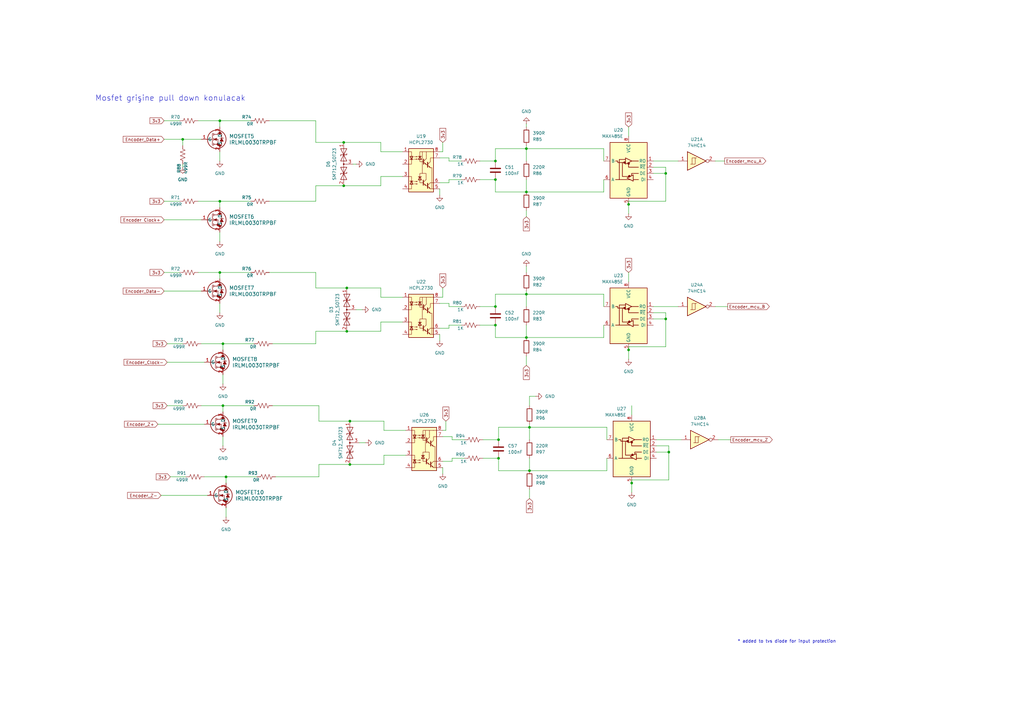
<source format=kicad_sch>
(kicad_sch (version 20231120) (generator "eeschema") (generator_version "8.0")
  (paper "A3")
  (title_block (date "mar. 31 mars 2015"))
  (lib_symbols
    (symbol "2024-07-17_22-54-18:IRLML0030TRPBF" (pin_names (offset 0.254))
      (property "Reference" "MOSFET" (at 11.43 1.905 0))
      (property "Value" "IRLML0030TRPBF" (at 11.43 -2.54 0))
      (symbol "IRLML0030TRPBF_0_1"
        (polyline (pts (xy 2.54 0) (xy 4.445 0)) (stroke (width 0.2032)))
        (polyline (pts (xy 4.572 -2.54) (xy 4.572 2.54)) (stroke (width 0.2032)))
        (polyline (pts (xy 5.08 -2.54) (xy 5.08 -1.524)) (stroke (width 0.2032)))
        (polyline (pts (xy 5.08 -2.032) (xy 6.858 -2.032)) (stroke (width 0.2032)))
        (polyline (pts (xy 5.08 -0.508) (xy 5.08 0.508)) (stroke (width 0.2032)))
        (polyline (pts (xy 5.08 1.524) (xy 5.08 2.54)) (stroke (width 0.2032)))
        (polyline (pts (xy 5.08 2.032) (xy 6.858 2.032)) (stroke (width 0.2032)))
        (polyline (pts (xy 6.35 0) (xy 6.858 0)) (stroke (width 0.2032)))
        (polyline (pts (xy 6.858 -2.54) (xy 6.858 0)) (stroke (width 0.2032)))
        (polyline (pts (xy 6.858 -2.54) (xy 8.382 -2.54)) (stroke (width 0.2032)))
        (polyline (pts (xy 6.858 2.032) (xy 6.858 2.54)) (stroke (width 0.2032)))
        (polyline (pts (xy 6.858 2.54) (xy 8.382 2.54)) (stroke (width 0.2032)))
        (polyline (pts (xy 8.382 -2.54) (xy 8.382 -0.762)) (stroke (width 0.2032)))
        (polyline (pts (xy 8.382 0.508) (xy 8.382 2.54)) (stroke (width 0.2032)))
        (polyline (pts (xy 9.144 0.508) (xy 7.62 0.508)) (stroke (width 0.2032)))
        (polyline (pts (xy 6.35 0.508) (xy 5.08 0) (xy 6.35 -0.508)) (fill (type outline)))
        (polyline (pts (xy 9.144 -0.762) (xy 7.62 -0.762) (xy 8.382 0.508)) (fill (type outline)))
        (circle (center 6.35 0) (radius 3.81) (stroke (width 0.254)))
        (circle (center 6.858 -2.032) (radius 0.0254) (stroke (width 0.508)))
        (circle (center 7.62 -2.54) (radius 0.0254) (stroke (width 0.508)))
        (circle (center 7.62 2.54) (radius 0.0254) (stroke (width 0.508)))
        (pin unspecified line (at 0 0 0) (length 2.54) (name "G") (number "1"))
        (pin unspecified line (at 7.62 -5.08 90) (length 2.54) (name "S") (number "2"))
        (pin unspecified line (at 7.62 5.08 270) (length 2.54) (name "D") (number "3"))
      )
    )
    (symbol "74xx:74HC14" (pin_names (offset 1.016))
      (property "Reference" "U" (at 0 1.27 0))
      (property "Value" "74HC14" (at 0 -1.27 0))
      (symbol "74HC14_1_0"
        (polyline (pts (xy -3.81 3.81) (xy -3.81 -3.81) (xy 3.81 0) (xy -3.81 3.81)) (stroke (width 0.254)) (fill (type background)))
        (pin input line (at -7.62 0 0) (length 3.81) (name "~") (number "1"))
        (pin output inverted (at 7.62 0 180) (length 3.81) (name "~") (number "2"))
      )
      (symbol "74HC14_1_1"
        (polyline (pts (xy -1.905 -1.27) (xy -1.905 1.27) (xy -0.635 1.27)))
        (polyline (pts (xy -2.54 -1.27) (xy -0.635 -1.27) (xy -0.635 1.27) (xy 0 1.27)))
      )
      (symbol "74HC14_2_0"
        (polyline (pts (xy -3.81 3.81) (xy -3.81 -3.81) (xy 3.81 0) (xy -3.81 3.81)) (stroke (width 0.254)) (fill (type background)))
        (pin input line (at -7.62 0 0) (length 3.81) (name "~") (number "3"))
        (pin output inverted (at 7.62 0 180) (length 3.81) (name "~") (number "4"))
      )
      (symbol "74HC14_2_1"
        (polyline (pts (xy -1.905 -1.27) (xy -1.905 1.27) (xy -0.635 1.27)))
        (polyline (pts (xy -2.54 -1.27) (xy -0.635 -1.27) (xy -0.635 1.27) (xy 0 1.27)))
      )
      (symbol "74HC14_3_0"
        (polyline (pts (xy -3.81 3.81) (xy -3.81 -3.81) (xy 3.81 0) (xy -3.81 3.81)) (stroke (width 0.254)) (fill (type background)))
        (pin input line (at -7.62 0 0) (length 3.81) (name "~") (number "5"))
        (pin output inverted (at 7.62 0 180) (length 3.81) (name "~") (number "6"))
      )
      (symbol "74HC14_3_1"
        (polyline (pts (xy -1.905 -1.27) (xy -1.905 1.27) (xy -0.635 1.27)))
        (polyline (pts (xy -2.54 -1.27) (xy -0.635 -1.27) (xy -0.635 1.27) (xy 0 1.27)))
      )
      (symbol "74HC14_4_0"
        (polyline (pts (xy -3.81 3.81) (xy -3.81 -3.81) (xy 3.81 0) (xy -3.81 3.81)) (stroke (width 0.254)) (fill (type background)))
        (pin output inverted (at 7.62 0 180) (length 3.81) (name "~") (number "8"))
        (pin input line (at -7.62 0 0) (length 3.81) (name "~") (number "9"))
      )
      (symbol "74HC14_4_1"
        (polyline (pts (xy -1.905 -1.27) (xy -1.905 1.27) (xy -0.635 1.27)))
        (polyline (pts (xy -2.54 -1.27) (xy -0.635 -1.27) (xy -0.635 1.27) (xy 0 1.27)))
      )
      (symbol "74HC14_5_0"
        (polyline (pts (xy -3.81 3.81) (xy -3.81 -3.81) (xy 3.81 0) (xy -3.81 3.81)) (stroke (width 0.254)) (fill (type background)))
        (pin output inverted (at 7.62 0 180) (length 3.81) (name "~") (number "10"))
        (pin input line (at -7.62 0 0) (length 3.81) (name "~") (number "11"))
      )
      (symbol "74HC14_5_1"
        (polyline (pts (xy -1.905 -1.27) (xy -1.905 1.27) (xy -0.635 1.27)))
        (polyline (pts (xy -2.54 -1.27) (xy -0.635 -1.27) (xy -0.635 1.27) (xy 0 1.27)))
      )
      (symbol "74HC14_6_0"
        (polyline (pts (xy -3.81 3.81) (xy -3.81 -3.81) (xy 3.81 0) (xy -3.81 3.81)) (stroke (width 0.254)) (fill (type background)))
        (pin output inverted (at 7.62 0 180) (length 3.81) (name "~") (number "12"))
        (pin input line (at -7.62 0 0) (length 3.81) (name "~") (number "13"))
      )
      (symbol "74HC14_6_1"
        (polyline (pts (xy -1.905 -1.27) (xy -1.905 1.27) (xy -0.635 1.27)))
        (polyline (pts (xy -2.54 -1.27) (xy -0.635 -1.27) (xy -0.635 1.27) (xy 0 1.27)))
      )
      (symbol "74HC14_7_0"
        (pin power_in line (at 0 12.7 270) (length 5.08) (name "VCC") (number "14"))
        (pin power_in line (at 0 -12.7 90) (length 5.08) (name "GND") (number "7"))
      )
      (symbol "74HC14_7_1"
        (rectangle (start -5.08 7.62) (end 5.08 -7.62) (stroke (width 0.254)) (fill (type background)))
      )
    )
    (symbol "Device:C" (pin_numbers hide) (pin_names (offset 0.254))
      (property "Reference" "C" (at 0.635 2.54 0))
      (property "Value" "C" (at 0.635 -2.54 0))
      (symbol "C_0_1"
        (polyline (pts (xy -2.032 -0.762) (xy 2.032 -0.762)) (stroke (width 0.508)))
        (polyline (pts (xy -2.032 0.762) (xy 2.032 0.762)) (stroke (width 0.508)))
      )
      (symbol "C_1_1"
        (pin passive line (at 0 3.81 270) (length 2.794) (name "~") (number "1"))
        (pin passive line (at 0 -3.81 90) (length 2.794) (name "~") (number "2"))
      )
    )
    (symbol "Device:R" (pin_numbers hide) (pin_names (offset 0))
      (property "Reference" "R" (at 2.032 0 90))
      (property "Value" "R" (at 0 0 90))
      (symbol "R_0_1"
        (rectangle (start -1.016 -2.54) (end 1.016 2.54) (stroke (width 0.254)))
      )
      (symbol "R_1_1"
        (pin passive line (at 0 3.81 270) (length 1.27) (name "~") (number "1"))
        (pin passive line (at 0 -3.81 90) (length 1.27) (name "~") (number "2"))
      )
    )
    (symbol "Device:R_US" (pin_numbers hide) (pin_names (offset 0))
      (property "Reference" "R" (at 2.54 0 90))
      (property "Value" "R_US" (at -2.54 0 90))
      (symbol "R_US_0_1"
        (polyline (pts (xy 0 -2.286) (xy 0 -2.54)))
        (polyline (pts (xy 0 2.286) (xy 0 2.54)))
        (polyline (pts (xy 0 -0.762) (xy 1.016 -1.143) (xy 0 -1.524) (xy -1.016 -1.905) (xy 0 -2.286)))
        (polyline (pts (xy 0 0.762) (xy 1.016 0.381) (xy 0 0) (xy -1.016 -0.381) (xy 0 -0.762)))
        (polyline (pts (xy 0 2.286) (xy 1.016 1.905) (xy 0 1.524) (xy -1.016 1.143) (xy 0 0.762)))
      )
      (symbol "R_US_1_1"
        (pin passive line (at 0 3.81 270) (length 1.27) (name "~") (number "1"))
        (pin passive line (at 0 -3.81 90) (length 1.27) (name "~") (number "2"))
      )
    )
    (symbol "Diode:SM712_SOT23" (pin_names (offset 1.016) hide)
      (property "Reference" "D" (at 0 4.445 0))
      (property "Value" "SM712_SOT23" (at 0 2.54 0))
      (symbol "SM712_SOT23_0_0"
        (polyline (pts (xy 0 -1.27) (xy 0 0)))
      )
      (symbol "SM712_SOT23_0_1"
        (polyline (pts (xy -6.35 0) (xy 6.35 0)))
        (polyline (pts (xy -3.302 1.27) (xy -3.81 1.27) (xy -3.81 -1.27) (xy -4.318 -1.27)) (stroke (width 0.2032)))
        (polyline (pts (xy 4.318 1.27) (xy 3.81 1.27) (xy 3.81 -1.27) (xy 3.302 -1.27)) (stroke (width 0.2032)))
        (polyline (pts (xy -6.35 -1.27) (xy -1.27 1.27) (xy -1.27 -1.27) (xy -6.35 1.27) (xy -6.35 -1.27)) (stroke (width 0.2032)))
        (polyline (pts (xy 1.27 -1.27) (xy 1.27 1.27) (xy 6.35 -1.27) (xy 6.35 1.27) (xy 1.27 -1.27)) (stroke (width 0.2032)))
        (circle (center 0 0) (radius 0.254) (fill (type outline)))
      )
      (symbol "SM712_SOT23_1_1"
        (pin passive line (at -8.89 0 0) (length 2.54) (name "A1") (number "1"))
        (pin passive line (at 8.89 0 180) (length 2.54) (name "A2") (number "2"))
        (pin input line (at 0 -3.81 90) (length 2.54) (name "common") (number "3"))
      )
    )
    (symbol "Interface_UART:MAX485E"
      (property "Reference" "U" (at -6.096 11.43 0))
      (property "Value" "MAX485E" (at 0.762 11.43 0))
      (symbol "MAX485E_0_1"
        (rectangle (start -7.62 10.16) (end 7.62 -12.7) (stroke (width 0.254)) (fill (type background)))
        (circle (center -0.3048 -3.683) (radius 0.3556) (stroke (width 0.254)) (fill (type outline)))
        (circle (center -0.0254 1.4986) (radius 0.3556) (stroke (width 0.254)) (fill (type outline)))
        (polyline (pts (xy -4.064 -5.08) (xy -1.905 -5.08)) (stroke (width 0.254)))
        (polyline (pts (xy -4.064 2.54) (xy -1.27 2.54)) (stroke (width 0.254)))
        (polyline (pts (xy -1.27 -3.2004) (xy -1.27 -3.4544)) (stroke (width 0.254)))
        (polyline (pts (xy -0.635 -5.08) (xy 5.334 -5.08)) (stroke (width 0.254)))
        (polyline (pts (xy -4.064 -2.54) (xy -1.27 -2.54) (xy -1.27 -3.175)) (stroke (width 0.254)))
        (polyline (pts (xy 0 1.27) (xy 0 0) (xy -4.064 0)) (stroke (width 0.254)))
        (polyline (pts (xy 1.27 3.175) (xy 3.81 3.175) (xy 3.81 -5.08)) (stroke (width 0.254)))
        (polyline (pts (xy 2.54 1.905) (xy 2.54 -3.81) (xy 0 -3.81)) (stroke (width 0.254)))
        (polyline (pts (xy -1.905 -3.175) (xy -1.905 -5.715) (xy 0.635 -4.445) (xy -1.905 -3.175)) (stroke (width 0.254)))
        (polyline (pts (xy -1.27 2.54) (xy 1.27 3.81) (xy 1.27 1.27) (xy -1.27 2.54)) (stroke (width 0.254)))
        (polyline (pts (xy 1.905 1.905) (xy 4.445 1.905) (xy 4.445 2.54) (xy 5.334 2.54)) (stroke (width 0.254)))
        (rectangle (start 1.27 3.175) (end 1.27 3.175))
        (circle (center 1.651 1.905) (radius 0.3556) (stroke (width 0.254)) (fill (type outline)))
      )
      (symbol "MAX485E_1_1"
        (pin output line (at -10.16 2.54 0) (length 2.54) (name "RO") (number "1"))
        (pin input line (at -10.16 0 0) (length 2.54) (name "~{RE}") (number "2"))
        (pin input line (at -10.16 -2.54 0) (length 2.54) (name "DE") (number "3"))
        (pin input line (at -10.16 -5.08 0) (length 2.54) (name "DI") (number "4"))
        (pin power_in line (at 0 -15.24 90) (length 2.54) (name "GND") (number "5"))
        (pin bidirectional line (at 10.16 -5.08 180) (length 2.54) (name "A") (number "6"))
        (pin bidirectional line (at 10.16 2.54 180) (length 2.54) (name "B") (number "7"))
        (pin power_in line (at 0 12.7 270) (length 2.54) (name "VCC") (number "8"))
      )
    )
    (symbol "Isolator:HCPL2730" (pin_names (offset 0.762) hide)
      (property "Reference" "U" (at -5.08 10.16 0))
      (property "Value" "HCPL2730" (at -5.08 -10.16 0))
      (symbol "HCPL2730_0_1"
        (rectangle (start -5.08 8.89) (end 5.08 -8.89) (stroke (width 0.254)) (fill (type background)))
        (polyline (pts (xy -4.572 -4.445) (xy -3.302 -4.445)) (stroke (width 0.254)))
        (polyline (pts (xy -4.572 4.445) (xy -3.302 4.445)) (stroke (width 0.254)))
        (polyline (pts (xy -0.508 -4.572) (xy -0.508 -3.937)))
        (polyline (pts (xy 0.127 -2.667) (xy -1.143 -2.667)) (stroke (width 0.254)))
        (polyline (pts (xy 0.127 5.715) (xy -1.143 5.715)) (stroke (width 0.254)))
        (polyline (pts (xy 0.889 -5.207) (xy 2.032 -6.35)))
        (polyline (pts (xy 0.889 -4.953) (xy 2.032 -3.81)))
        (polyline (pts (xy 1.016 3.429) (xy 2.159 2.286)))
        (polyline (pts (xy 1.016 3.683) (xy 2.159 4.826)))
        (polyline (pts (xy 2.032 -6.35) (xy 2.54 -6.35)))
        (polyline (pts (xy 2.159 2.286) (xy 2.667 2.286)))
        (polyline (pts (xy 2.159 4.826) (xy 2.159 6.096)))
        (polyline (pts (xy 2.159 6.096) (xy 2.159 7.62)))
        (polyline (pts (xy 2.667 -6.477) (xy 3.81 -7.62)))
        (polyline (pts (xy 2.667 -6.223) (xy 3.81 -5.08)))
        (polyline (pts (xy 2.667 2.159) (xy 3.81 1.016)))
        (polyline (pts (xy 2.667 2.413) (xy 3.81 3.556)))
        (polyline (pts (xy 3.683 7.62) (xy 5.08 7.62)))
        (polyline (pts (xy 3.81 -7.62) (xy 5.08 -7.62)))
        (polyline (pts (xy 3.81 -5.08) (xy 5.08 -5.08)))
        (polyline (pts (xy 3.81 1.016) (xy 4.445 1.016)))
        (polyline (pts (xy 4.445 -7.62) (xy 4.445 1.016)))
        (polyline (pts (xy -0.508 -4.572) (xy -0.508 -5.08) (xy 0.762 -5.08)))
        (polyline (pts (xy -0.508 4.445) (xy -0.508 7.62) (xy 3.81 7.62)))
        (polyline (pts (xy -0.508 4.572) (xy -0.508 3.556) (xy 1.016 3.556)))
        (polyline (pts (xy 0.508 -1.27) (xy 2.032 -1.27) (xy 2.032 -3.81)))
        (polyline (pts (xy 0.889 -4.064) (xy 0.889 -6.096) (xy 0.889 -6.096)) (stroke (width 0.3556)))
        (polyline (pts (xy 1.016 4.572) (xy 1.016 2.54) (xy 1.016 2.54)) (stroke (width 0.3556)))
        (polyline (pts (xy 2.667 -5.334) (xy 2.667 -7.366) (xy 2.667 -7.366)) (stroke (width 0.3556)))
        (polyline (pts (xy 2.667 3.302) (xy 2.667 1.27) (xy 2.667 1.27)) (stroke (width 0.3556)))
        (polyline (pts (xy 3.81 3.683) (xy 3.81 5.08) (xy 5.08 5.08)))
        (polyline (pts (xy -5.08 -2.54) (xy -3.937 -2.54) (xy -3.937 -7.62) (xy -5.08 -7.62)))
        (polyline (pts (xy -5.08 7.62) (xy -3.937 7.62) (xy -3.937 2.54) (xy -5.08 2.54)))
        (polyline (pts (xy -3.937 -4.445) (xy -4.572 -5.715) (xy -3.302 -5.715) (xy -3.937 -4.445)) (stroke (width 0.254)))
        (polyline (pts (xy -3.937 4.445) (xy -4.572 5.715) (xy -3.302 5.715) (xy -3.937 4.445)) (stroke (width 0.254)))
        (polyline (pts (xy -0.508 -3.937) (xy -0.508 -1.27) (xy 0.508 -1.27) (xy 0.508 7.62)))
        (polyline (pts (xy -0.508 -2.667) (xy 0.127 -3.937) (xy -1.143 -3.937) (xy -0.508 -2.667)) (stroke (width 0.254)))
        (polyline (pts (xy -0.508 5.715) (xy 0.127 4.445) (xy -1.143 4.445) (xy -0.508 5.715)) (stroke (width 0.254)))
        (polyline (pts (xy 1.905 -6.223) (xy 1.651 -5.715) (xy 1.397 -5.969) (xy 1.905 -6.223)))
        (polyline (pts (xy 2.032 2.413) (xy 1.778 2.921) (xy 1.524 2.667) (xy 2.032 2.413)))
        (polyline (pts (xy 3.683 -7.493) (xy 3.429 -6.985) (xy 3.175 -7.239) (xy 3.683 -7.493)))
        (polyline (pts (xy 3.683 1.143) (xy 3.429 1.651) (xy 3.175 1.397) (xy 3.683 1.143)))
        (polyline (pts (xy -2.794 -5.588) (xy -1.524 -5.588) (xy -1.905 -5.715) (xy -1.905 -5.461) (xy -1.524 -5.588)))
        (polyline (pts (xy -2.794 -4.572) (xy -1.524 -4.572) (xy -1.905 -4.699) (xy -1.905 -4.445) (xy -1.524 -4.572)))
        (polyline (pts (xy -2.794 4.572) (xy -1.524 4.572) (xy -1.905 4.445) (xy -1.905 4.699) (xy -1.524 4.572)))
        (polyline (pts (xy -2.794 5.588) (xy -1.524 5.588) (xy -1.905 5.461) (xy -1.905 5.715) (xy -1.524 5.588)))
      )
      (symbol "HCPL2730_1_1"
        (pin passive line (at -7.62 7.62 0) (length 2.54) (name "A1") (number "1"))
        (pin passive line (at -7.62 2.54 0) (length 2.54) (name "C1") (number "2"))
        (pin passive line (at -7.62 -2.54 0) (length 2.54) (name "C2") (number "3"))
        (pin passive line (at -7.62 -7.62 0) (length 2.54) (name "A2") (number "4"))
        (pin passive line (at 7.62 -7.62 180) (length 2.54) (name "GND") (number "5"))
        (pin passive line (at 7.62 -5.08 180) (length 2.54) (name "VO2") (number "6"))
        (pin passive line (at 7.62 5.08 180) (length 2.54) (name "VO1") (number "7"))
        (pin passive line (at 7.62 7.62 180) (length 2.54) (name "VCC") (number "8"))
      )
    )
    (symbol "power:GND" (power) (pin_numbers hide) (pin_names (offset 0) hide)
      (property "Value" "GND" (at 0 -3.81 0))
      (symbol "GND_0_1"
        (polyline (pts (xy 0 0) (xy 0 -1.27) (xy 1.27 -1.27) (xy 0 -2.54) (xy -1.27 -1.27) (xy 0 -1.27)))
      )
      (symbol "GND_1_1"
        (pin power_in line (at 0 0 270) (length 0) (name "~") (number "1"))
      )
    )
  )
  (junction (at 215.9 138.43))
  (junction (at 92.71 195.58))
  (junction (at 204.47 187.96))
  (junction (at 142.24 135.89))
  (junction (at 203.2 73.66))
  (junction (at 203.2 133.35))
  (junction (at 215.9 78.74))
  (junction (at 215.9 60.96))
  (junction (at 90.17 111.76))
  (junction (at 215.9 120.65))
  (junction (at 140.97 58.42))
  (junction (at 203.2 66.04))
  (junction (at 259.08 198.12))
  (junction (at 90.17 82.55))
  (junction (at 91.44 140.97))
  (junction (at 217.17 193.04))
  (junction (at 273.05 71.12))
  (junction (at 140.97 76.2))
  (junction (at 204.47 180.34))
  (junction (at 90.17 49.53))
  (junction (at 257.81 143.51))
  (junction (at 273.05 130.81))
  (junction (at 274.32 185.42))
  (junction (at 91.44 166.37))
  (junction (at 143.51 172.72))
  (junction (at 143.51 190.5))
  (junction (at 217.17 175.26))
  (junction (at 257.81 83.82))
  (junction (at 142.24 118.11))
  (junction (at 203.2 125.73))
  (junction (at 74.93 57.15))
  (wire (pts (xy 90.17 111.76) (xy 102.87 111.76)))
  (wire (pts (xy 247.65 138.43) (xy 247.65 133.35)))
  (wire (pts (xy 144.78 67.31) (xy 146.05 67.31)))
  (wire (pts (xy 181.61 118.11) (xy 181.61 121.92)))
  (wire (pts (xy 185.42 179.07) (xy 185.42 180.34)))
  (wire (pts (xy 215.9 138.43) (xy 247.65 138.43)))
  (wire (pts (xy 269.24 185.42) (xy 274.32 185.42)))
  (wire (pts (xy 90.17 49.53) (xy 90.17 52.07)))
  (wire (pts (xy 184.15 124.46) (xy 184.15 125.73)))
  (wire (pts (xy 180.34 121.92) (xy 181.61 121.92)))
  (wire (pts (xy 293.37 66.04) (xy 297.18 66.04)))
  (wire (pts (xy 156.21 121.92) (xy 156.21 118.11)))
  (wire (pts (xy 184.15 134.62) (xy 184.15 133.35)))
  (wire (pts (xy 143.51 190.5) (xy 130.81 190.5)))
  (wire (pts (xy 203.2 138.43) (xy 203.2 133.35)))
  (wire (pts (xy 91.44 153.67) (xy 91.44 157.48)))
  (wire (pts (xy 74.93 57.15) (xy 74.93 59.69)))
  (wire (pts (xy 180.34 74.93) (xy 184.15 74.93)))
  (wire (pts (xy 90.17 124.46) (xy 90.17 128.27)))
  (wire (pts (xy 219.71 162.56) (xy 217.17 162.56)))
  (wire (pts (xy 90.17 95.25) (xy 90.17 99.06)))
  (wire (pts (xy 74.93 67.31) (xy 74.93 68.58)))
  (wire (pts (xy 180.34 77.47) (xy 180.34 80.01)))
  (wire (pts (xy 64.77 173.99) (xy 83.82 173.99)))
  (wire (pts (xy 294.64 180.34) (xy 299.72 180.34)))
  (wire (pts (xy 156.21 58.42) (xy 156.21 62.23)))
  (wire (pts (xy 142.24 118.11) (xy 129.54 118.11)))
  (wire (pts (xy 273.05 68.58) (xy 273.05 71.12)))
  (wire (pts (xy 204.47 175.26) (xy 217.17 175.26)))
  (wire (pts (xy 82.55 140.97) (xy 91.44 140.97)))
  (wire (pts (xy 247.65 60.96) (xy 247.65 66.04)))
  (wire (pts (xy 269.24 182.88) (xy 274.32 182.88)))
  (wire (pts (xy 184.15 74.93) (xy 184.15 73.66)))
  (wire (pts (xy 215.9 133.35) (xy 215.9 138.43)))
  (wire (pts (xy 215.9 60.96) (xy 247.65 60.96)))
  (wire (pts (xy 217.17 162.56) (xy 217.17 166.37)))
  (wire (pts (xy 217.17 175.26) (xy 248.92 175.26)))
  (wire (pts (xy 185.42 189.23) (xy 185.42 187.96)))
  (wire (pts (xy 215.9 59.69) (xy 215.9 60.96)))
  (wire (pts (xy 215.9 60.96) (xy 215.9 66.04)))
  (wire (pts (xy 129.54 58.42) (xy 129.54 49.53)))
  (wire (pts (xy 257.81 83.82) (xy 257.81 87.63)))
  (wire (pts (xy 184.15 66.04) (xy 189.23 66.04)))
  (wire (pts (xy 184.15 125.73) (xy 189.23 125.73)))
  (wire (pts (xy 67.31 82.55) (xy 73.66 82.55)))
  (wire (pts (xy 92.71 195.58) (xy 105.41 195.58)))
  (wire (pts (xy 293.37 125.73) (xy 298.45 125.73)))
  (wire (pts (xy 259.08 166.37) (xy 259.08 170.18)))
  (wire (pts (xy 140.97 76.2) (xy 129.54 76.2)))
  (wire (pts (xy 184.15 64.77) (xy 184.15 66.04)))
  (wire (pts (xy 217.17 173.99) (xy 217.17 175.26)))
  (wire (pts (xy 204.47 193.04) (xy 204.47 187.96)))
  (wire (pts (xy 274.32 196.85) (xy 259.08 196.85)))
  (wire (pts (xy 248.92 193.04) (xy 248.92 187.96)))
  (wire (pts (xy 140.97 58.42) (xy 129.54 58.42)))
  (wire (pts (xy 67.31 57.15) (xy 74.93 57.15)))
  (wire (pts (xy 196.85 133.35) (xy 203.2 133.35)))
  (wire (pts (xy 267.97 128.27) (xy 273.05 128.27)))
  (wire (pts (xy 185.42 187.96) (xy 190.5 187.96)))
  (wire (pts (xy 273.05 130.81) (xy 273.05 142.24)))
  (wire (pts (xy 81.28 82.55) (xy 90.17 82.55)))
  (wire (pts (xy 180.34 64.77) (xy 184.15 64.77)))
  (wire (pts (xy 90.17 49.53) (xy 102.87 49.53)))
  (wire (pts (xy 181.61 58.42) (xy 181.61 62.23)))
  (wire (pts (xy 274.32 182.88) (xy 274.32 185.42)))
  (wire (pts (xy 217.17 200.66) (xy 217.17 204.47)))
  (wire (pts (xy 156.21 132.08) (xy 156.21 135.89)))
  (wire (pts (xy 203.2 60.96) (xy 215.9 60.96)))
  (wire (pts (xy 182.88 172.72) (xy 182.88 176.53)))
  (wire (pts (xy 203.2 138.43) (xy 215.9 138.43)))
  (wire (pts (xy 247.65 78.74) (xy 247.65 73.66)))
  (wire (pts (xy 257.81 142.24) (xy 257.81 143.51)))
  (wire (pts (xy 143.51 172.72) (xy 157.48 172.72)))
  (wire (pts (xy 156.21 76.2) (xy 156.21 72.39)))
  (wire (pts (xy 130.81 166.37) (xy 130.81 172.72)))
  (wire (pts (xy 92.71 208.28) (xy 92.71 212.09)))
  (wire (pts (xy 217.17 193.04) (xy 248.92 193.04)))
  (wire (pts (xy 215.9 120.65) (xy 215.9 125.73)))
  (wire (pts (xy 217.17 175.26) (xy 217.17 180.34)))
  (wire (pts (xy 91.44 140.97) (xy 104.14 140.97)))
  (wire (pts (xy 196.85 73.66) (xy 203.2 73.66)))
  (wire (pts (xy 110.49 49.53) (xy 129.54 49.53)))
  (wire (pts (xy 257.81 111.76) (xy 257.81 115.57)))
  (wire (pts (xy 203.2 60.96) (xy 203.2 66.04)))
  (wire (pts (xy 67.31 111.76) (xy 73.66 111.76)))
  (wire (pts (xy 156.21 121.92) (xy 165.1 121.92)))
  (wire (pts (xy 129.54 76.2) (xy 129.54 82.55)))
  (wire (pts (xy 181.61 176.53) (xy 182.88 176.53)))
  (wire (pts (xy 156.21 62.23) (xy 165.1 62.23)))
  (wire (pts (xy 274.32 185.42) (xy 274.32 196.85)))
  (wire (pts (xy 67.31 119.38) (xy 82.55 119.38)))
  (wire (pts (xy 184.15 73.66) (xy 189.23 73.66)))
  (wire (pts (xy 143.51 172.72) (xy 130.81 172.72)))
  (wire (pts (xy 267.97 125.73) (xy 278.13 125.73)))
  (wire (pts (xy 81.28 49.53) (xy 90.17 49.53)))
  (wire (pts (xy 273.05 128.27) (xy 273.05 130.81)))
  (wire (pts (xy 215.9 73.66) (xy 215.9 78.74)))
  (wire (pts (xy 142.24 135.89) (xy 129.54 135.89)))
  (wire (pts (xy 273.05 82.55) (xy 257.81 82.55)))
  (wire (pts (xy 91.44 166.37) (xy 91.44 168.91)))
  (wire (pts (xy 83.82 195.58) (xy 92.71 195.58)))
  (wire (pts (xy 181.61 189.23) (xy 185.42 189.23)))
  (wire (pts (xy 129.54 111.76) (xy 129.54 118.11)))
  (wire (pts (xy 215.9 119.38) (xy 215.9 120.65)))
  (wire (pts (xy 215.9 109.22) (xy 215.9 111.76)))
  (wire (pts (xy 142.24 135.89) (xy 156.21 135.89)))
  (wire (pts (xy 215.9 146.05) (xy 215.9 149.86)))
  (wire (pts (xy 156.21 132.08) (xy 165.1 132.08)))
  (wire (pts (xy 69.85 195.58) (xy 76.2 195.58)))
  (wire (pts (xy 215.9 78.74) (xy 247.65 78.74)))
  (wire (pts (xy 257.81 143.51) (xy 257.81 147.32)))
  (wire (pts (xy 111.76 166.37) (xy 130.81 166.37)))
  (wire (pts (xy 91.44 140.97) (xy 91.44 143.51)))
  (wire (pts (xy 180.34 124.46) (xy 184.15 124.46)))
  (wire (pts (xy 185.42 180.34) (xy 190.5 180.34)))
  (wire (pts (xy 91.44 179.07) (xy 91.44 182.88)))
  (wire (pts (xy 259.08 198.12) (xy 259.08 201.93)))
  (wire (pts (xy 196.85 125.73) (xy 203.2 125.73)))
  (wire (pts (xy 217.17 187.96) (xy 217.17 193.04)))
  (wire (pts (xy 215.9 50.8) (xy 215.9 52.07)))
  (wire (pts (xy 130.81 190.5) (xy 130.81 195.58)))
  (wire (pts (xy 146.05 127) (xy 148.59 127)))
  (wire (pts (xy 259.08 196.85) (xy 259.08 198.12)))
  (wire (pts (xy 157.48 186.69) (xy 157.48 190.5)))
  (wire (pts (xy 204.47 193.04) (xy 217.17 193.04)))
  (wire (pts (xy 267.97 66.04) (xy 278.13 66.04)))
  (wire (pts (xy 110.49 82.55) (xy 129.54 82.55)))
  (wire (pts (xy 248.92 175.26) (xy 248.92 180.34)))
  (wire (pts (xy 67.31 49.53) (xy 73.66 49.53)))
  (wire (pts (xy 181.61 191.77) (xy 181.61 194.31)))
  (wire (pts (xy 273.05 71.12) (xy 273.05 82.55)))
  (wire (pts (xy 257.81 82.55) (xy 257.81 83.82)))
  (wire (pts (xy 184.15 133.35) (xy 189.23 133.35)))
  (wire (pts (xy 140.97 58.42) (xy 156.21 58.42)))
  (wire (pts (xy 90.17 82.55) (xy 90.17 85.09)))
  (wire (pts (xy 81.28 111.76) (xy 90.17 111.76)))
  (wire (pts (xy 198.12 187.96) (xy 204.47 187.96)))
  (wire (pts (xy 267.97 71.12) (xy 273.05 71.12)))
  (wire (pts (xy 267.97 130.81) (xy 273.05 130.81)))
  (wire (pts (xy 74.93 57.15) (xy 82.55 57.15)))
  (wire (pts (xy 203.2 78.74) (xy 215.9 78.74)))
  (wire (pts (xy 130.81 195.58) (xy 113.03 195.58)))
  (wire (pts (xy 90.17 62.23) (xy 90.17 66.04)))
  (wire (pts (xy 140.97 76.2) (xy 156.21 76.2)))
  (wire (pts (xy 247.65 120.65) (xy 247.65 125.73)))
  (wire (pts (xy 204.47 175.26) (xy 204.47 180.34)))
  (wire (pts (xy 157.48 176.53) (xy 166.37 176.53)))
  (wire (pts (xy 181.61 179.07) (xy 185.42 179.07)))
  (wire (pts (xy 267.97 68.58) (xy 273.05 68.58)))
  (wire (pts (xy 215.9 120.65) (xy 247.65 120.65)))
  (wire (pts (xy 68.58 148.59) (xy 83.82 148.59)))
  (wire (pts (xy 90.17 111.76) (xy 90.17 114.3)))
  (wire (pts (xy 67.31 90.17) (xy 82.55 90.17)))
  (wire (pts (xy 157.48 176.53) (xy 157.48 172.72)))
  (wire (pts (xy 90.17 82.55) (xy 102.87 82.55)))
  (wire (pts (xy 273.05 142.24) (xy 257.81 142.24)))
  (wire (pts (xy 82.55 166.37) (xy 91.44 166.37)))
  (wire (pts (xy 157.48 186.69) (xy 166.37 186.69)))
  (wire (pts (xy 180.34 62.23) (xy 181.61 62.23)))
  (wire (pts (xy 66.04 203.2) (xy 85.09 203.2)))
  (wire (pts (xy 92.71 195.58) (xy 92.71 198.12)))
  (wire (pts (xy 203.2 120.65) (xy 203.2 125.73)))
  (wire (pts (xy 91.44 166.37) (xy 104.14 166.37)))
  (wire (pts (xy 203.2 120.65) (xy 215.9 120.65)))
  (wire (pts (xy 257.81 52.07) (xy 257.81 55.88)))
  (wire (pts (xy 196.85 66.04) (xy 203.2 66.04)))
  (wire (pts (xy 110.49 111.76) (xy 129.54 111.76)))
  (wire (pts (xy 156.21 72.39) (xy 165.1 72.39)))
  (wire (pts (xy 198.12 180.34) (xy 204.47 180.34)))
  (wire (pts (xy 215.9 86.36) (xy 215.9 88.9)))
  (wire (pts (xy 68.58 140.97) (xy 74.93 140.97)))
  (wire (pts (xy 142.24 118.11) (xy 156.21 118.11)))
  (wire (pts (xy 129.54 140.97) (xy 111.76 140.97)))
  (wire (pts (xy 269.24 180.34) (xy 279.4 180.34)))
  (wire (pts (xy 129.54 135.89) (xy 129.54 140.97)))
  (wire (pts (xy 143.51 190.5) (xy 157.48 190.5)))
  (wire (pts (xy 180.34 137.16) (xy 180.34 139.7)))
  (wire (pts (xy 203.2 78.74) (xy 203.2 73.66)))
  (wire (pts (xy 147.32 181.61) (xy 149.86 181.61)))
  (wire (pts (xy 68.58 166.37) (xy 74.93 166.37)))
  (wire (pts (xy 180.34 134.62) (xy 184.15 134.62)))
  (text "Mosfet grişine pull down konulacak" (at 69.85 40.386 0) (effects (font (size 2.27 2.27))))
  (text "* added to tvs diode for input protection" (at 302.514 263.906 0) (effects (font (size 1.27 1.27)) (justify left bottom)))
  (global_label "3v3" (shape input) (at 67.31 82.55 180) (property "Intersheetrefs" "${INTERSHEET_REFS}" (effects (hide yes))))
  (global_label "3v3" (shape input) (at 69.85 195.58 180) (property "Intersheetrefs" "${INTERSHEET_REFS}" (effects (hide yes))))
  (global_label "3v3" (shape input) (at 182.88 172.72 90) (property "Intersheetrefs" "${INTERSHEET_REFS}" (effects (hide yes))))
  (global_label "3v3" (shape input) (at 67.31 49.53 180) (property "Intersheetrefs" "${INTERSHEET_REFS}" (effects (hide yes))))
  (global_label "Encoder_mcu_A" (shape output) (at 297.18 66.04 0) (property "Intersheetrefs" "${INTERSHEET_REFS}" (effects (hide yes))))
  (global_label "3v3" (shape input) (at 257.81 52.07 90) (property "Intersheetrefs" "${INTERSHEET_REFS}" (effects (hide yes))))
  (global_label "3v3" (shape input) (at 181.61 118.11 90) (property "Intersheetrefs" "${INTERSHEET_REFS}" (effects (hide yes))))
  (global_label "3v3" (shape input) (at 215.9 88.9 270) (property "Intersheetrefs" "${INTERSHEET_REFS}" (effects (hide yes))))
  (global_label "Encoder_Z-" (shape input) (at 66.04 203.2 180) (property "Intersheetrefs" "${INTERSHEET_REFS}" (effects (hide yes))))
  (global_label "Encoder_mcu_B" (shape output) (at 298.45 125.73 0) (property "Intersheetrefs" "${INTERSHEET_REFS}" (effects (hide yes))))
  (global_label "3v3" (shape input) (at 68.58 140.97 180) (property "Intersheetrefs" "${INTERSHEET_REFS}" (effects (hide yes))))
  (global_label "3v3" (shape input) (at 257.81 111.76 90) (property "Intersheetrefs" "${INTERSHEET_REFS}" (effects (hide yes))))
  (global_label "3v3" (shape input) (at 217.17 204.47 270) (property "Intersheetrefs" "${INTERSHEET_REFS}" (effects (hide yes))))
  (global_label "3v3" (shape input) (at 181.61 58.42 90) (property "Intersheetrefs" "${INTERSHEET_REFS}" (effects (hide yes))))
  (global_label "3v3" (shape input) (at 215.9 149.86 270) (property "Intersheetrefs" "${INTERSHEET_REFS}" (effects (hide yes))))
  (global_label "3v3" (shape input) (at 67.31 111.76 180) (property "Intersheetrefs" "${INTERSHEET_REFS}" (effects (hide yes))))
  (global_label "3v3" (shape input) (at 68.58 166.37 180) (property "Intersheetrefs" "${INTERSHEET_REFS}" (effects (hide yes))))
  (global_label "Encoder_mcu_Z" (shape output) (at 299.72 180.34 0) (property "Intersheetrefs" "${INTERSHEET_REFS}" (effects (hide yes))))
  (global_label "Encoder Clock+" (shape input) (at 67.31 90.17 180) (property "Intersheetrefs" "${INTERSHEET_REFS}" (effects (hide yes))))
  (global_label "Encoder_Data+" (shape input) (at 67.31 57.15 180) (property "Intersheetrefs" "${INTERSHEET_REFS}" (effects (hide yes))))
  (global_label "Encoder_Data-" (shape input) (at 67.31 119.38 180) (property "Intersheetrefs" "${INTERSHEET_REFS}" (effects (hide yes))))
  (global_label "Encoder_Clock-" (shape input) (at 68.58 148.59 180) (property "Intersheetrefs" "${INTERSHEET_REFS}" (effects (hide yes))))
  (global_label "Encoder_Z+" (shape input) (at 64.77 173.99 180) (property "Intersheetrefs" "${INTERSHEET_REFS}" (effects (hide yes))))
  (symbol (lib_id "Isolator:HCPL2730") (at 172.72 129.54 0) (unit 1)
    (property "Reference" "U22" (at 172.72 115.57 0))
    (property "Value" "HCPL2730" (at 172.72 118.11 0))
    (property "Datasheet" "http://www.onsemi.com/pub/Collateral/HCPL2731-D.pdf" (effects (hide yes)))
    (property "Description" "Low Input Current high Gain Split Darlington Optocouplers" (effects (hide yes)))
  )
  (symbol (lib_id "Interface_UART:MAX485E") (at 259.08 182.88 0) (mirror y) (unit 1)
    (property "Reference" "U27" (at 256.8859 167.64 0) (effects (justify left)))
    (property "Value" "MAX485E" (at 256.8859 170.18 0) (effects (justify left)))
    (property "Datasheet" "https://datasheets.maximintegrated.com/en/ds/MAX1487E-MAX491E.pdf" (effects (hide yes)))
    (property "Description" "Half duplex RS-485/RS-422, 2.5 Mbps, ±15kV electro-static discharge (ESD) protection, no slew-rate, no low-power shutdown, with receiver/driver enable, 32 receiver drive capability, DIP-8 and SOIC-8" (effects (hide yes)))
  )
  (symbol (lib_id "Device:R") (at 217.17 196.85 0) (mirror x) (unit 1)
    (property "Reference" "R98" (at 219.71 198.1201 0) (effects (justify left)))
    (property "Value" "390R" (at 219.71 195.5801 0) (effects (justify left)))
    (property "Description" "Resistor" (effects (hide yes)))
  )
  (symbol (lib_id "power:GND") (at 219.71 162.56 90) (unit 1)
    (property "Reference" "#PWR082" (effects (hide yes)))
    (property "Value" "GND" (at 223.52 162.5599 90) (effects (justify right)))
    (property "Description" "Power symbol creates a global label with name \"GND\" , ground" (effects (hide yes)))
  )
  (symbol (lib_id "Device:R_US") (at 194.31 180.34 90) (unit 1)
    (property "Reference" "R94" (at 190.754 178.816 90) (effects (justify left)))
    (property "Value" "1K" (at 191.516 181.61 90) (effects (justify left)))
    (property "Footprint" "Resistor_SMD:R_0805_2012Metric_Pad1.20x1.40mm_HandSolder" (effects (hide yes)))
    (property "Description" "Resistor, US symbol" (effects (hide yes)))
  )
  (symbol (lib_id "power:GND") (at 215.9 50.8 180) (unit 1)
    (property "Reference" "#PWR055" (effects (hide yes)))
    (property "Value" "GND" (at 215.9 45.72 0))
    (property "Description" "Power symbol creates a global label with name \"GND\" , ground" (effects (hide yes)))
  )
  (symbol (lib_id "Device:R_US") (at 77.47 111.76 90) (unit 1)
    (property "Reference" "R72" (at 73.914 110.236 90) (effects (justify left)))
    (property "Value" "499R" (at 74.676 113.03 90) (effects (justify left)))
    (property "Footprint" "Resistor_SMD:R_0805_2012Metric_Pad1.20x1.40mm_HandSolder" (effects (hide yes)))
    (property "Description" "Resistor, US symbol" (effects (hide yes)))
  )
  (symbol (lib_id "power:GND") (at 148.59 127 90) (mirror x) (unit 1)
    (property "Reference" "#PWR071" (effects (hide yes)))
    (property "Value" "GND" (at 152.4 126.9999 90) (effects (justify right)))
    (property "Description" "Power symbol creates a global label with name \"GND\" , ground" (effects (hide yes)))
  )
  (symbol (lib_id "power:GND") (at 215.9 109.22 180) (unit 1)
    (property "Reference" "#PWR070" (effects (hide yes)))
    (property "Value" "GND" (at 215.9 104.14 0))
    (property "Description" "Power symbol creates a global label with name \"GND\" , ground" (effects (hide yes)))
  )
  (symbol (lib_id "power:GND") (at 257.81 147.32 0) (unit 1)
    (property "Reference" "#PWR072" (effects (hide yes)))
    (property "Value" "GND" (at 257.81 152.4 0))
    (property "Description" "Power symbol creates a global label with name \"GND\" , ground" (effects (hide yes)))
  )
  (symbol (lib_id "74xx:74HC14") (at 285.75 125.73 0) (unit 1)
    (property "Reference" "U24" (at 285.75 116.84 0))
    (property "Value" "74HC14" (at 285.75 119.38 0))
    (property "Datasheet" "http://www.ti.com/lit/gpn/sn74HC14" (effects (hide yes)))
    (property "Description" "Hex inverter schmitt trigger" (effects (hide yes)))
  )
  (symbol (lib_id "Device:R_US") (at 77.47 49.53 90) (unit 1)
    (property "Reference" "R70" (at 73.914 48.006 90) (effects (justify left)))
    (property "Value" "499R" (at 74.676 50.8 90) (effects (justify left)))
    (property "Footprint" "Resistor_SMD:R_0805_2012Metric_Pad1.20x1.40mm_HandSolder" (effects (hide yes)))
    (property "Description" "Resistor, US symbol" (effects (hide yes)))
  )
  (symbol (lib_id "Device:R") (at 217.17 170.18 0) (mirror x) (unit 1)
    (property "Reference" "R96" (at 219.71 171.4501 0) (effects (justify left)))
    (property "Value" "390R" (at 219.71 168.9101 0) (effects (justify left)))
    (property "Description" "Resistor" (effects (hide yes)))
  )
  (symbol (lib_id "Device:R_US") (at 193.04 133.35 90) (unit 1)
    (property "Reference" "R81" (at 189.484 131.826 90) (effects (justify left)))
    (property "Value" "1K" (at 190.246 134.62 90) (effects (justify left)))
    (property "Footprint" "Resistor_SMD:R_0805_2012Metric_Pad1.20x1.40mm_HandSolder" (effects (hide yes)))
    (property "Description" "Resistor, US symbol" (effects (hide yes)))
  )
  (symbol (lib_id "Device:R") (at 215.9 55.88 0) (mirror x) (unit 1)
    (property "Reference" "R85" (at 218.44 57.1501 0) (effects (justify left)))
    (property "Value" "390R" (at 218.44 54.6101 0) (effects (justify left)))
    (property "Description" "Resistor" (effects (hide yes)))
  )
  (symbol (lib_id "power:GND") (at 90.17 66.04 0) (unit 1)
    (property "Reference" "#PWR04" (effects (hide yes)))
    (property "Value" "GND" (at 90.17 71.12 0))
    (property "Description" "Power symbol creates a global label with name \"GND\" , ground" (effects (hide yes)))
  )
  (symbol (lib_id "power:GND") (at 90.17 128.27 0) (unit 1)
    (property "Reference" "#PWR06" (effects (hide yes)))
    (property "Value" "GND" (at 90.17 133.35 0))
    (property "Description" "Power symbol creates a global label with name \"GND\" , ground" (effects (hide yes)))
  )
  (symbol (lib_id "Isolator:HCPL2730") (at 172.72 69.85 0) (unit 1)
    (property "Reference" "U19" (at 172.72 55.88 0))
    (property "Value" "HCPL2730" (at 172.72 58.42 0))
    (property "Datasheet" "http://www.onsemi.com/pub/Collateral/HCPL2731-D.pdf" (effects (hide yes)))
    (property "Description" "Low Input Current high Gain Split Darlington Optocouplers" (effects (hide yes)))
  )
  (symbol (lib_id "Device:R_US") (at 80.01 195.58 90) (unit 1)
    (property "Reference" "R91" (at 76.454 194.056 90) (effects (justify left)))
    (property "Value" "499R" (at 77.216 196.85 90) (effects (justify left)))
    (property "Footprint" "Resistor_SMD:R_0805_2012Metric_Pad1.20x1.40mm_HandSolder" (effects (hide yes)))
    (property "Description" "Resistor, US symbol" (effects (hide yes)))
  )
  (symbol (lib_id "Device:R_US") (at 106.68 82.55 90) (unit 1)
    (property "Reference" "R75" (at 103.124 81.026 90) (effects (justify left)))
    (property "Value" "0R" (at 103.886 83.82 90) (effects (justify left)))
    (property "Footprint" "Resistor_SMD:R_0805_2012Metric_Pad1.20x1.40mm_HandSolder" (effects (hide yes)))
    (property "Description" "Resistor, US symbol" (effects (hide yes)))
  )
  (symbol (lib_id "Diode:SM712_SOT23") (at 140.97 67.31 90) (mirror x) (unit 1)
    (property "Reference" "D6" (at 134.62 67.31 0))
    (property "Value" "SM712_SOT23" (at 137.16 67.31 0))
    (property "Footprint" "Package_TO_SOT_SMD:SOT-23" (effects (hide yes)))
    (property "Datasheet" "https://www.littelfuse.com/~/media/electronics/datasheets/tvs_diode_arrays/littelfuse_tvs_diode_array_sm712_datasheet.pdf.pdf" (effects (hide yes)))
    (property "Description" "7V/12V, 600W Asymmetrical TVS Diode Array, SOT-23" (effects (hide yes)))
  )
  (symbol (lib_id "Device:R_US") (at 109.22 195.58 90) (unit 1)
    (property "Reference" "R93" (at 105.664 194.056 90) (effects (justify left)))
    (property "Value" "0R" (at 106.426 196.85 90) (effects (justify left)))
    (property "Footprint" "Resistor_SMD:R_0805_2012Metric_Pad1.20x1.40mm_HandSolder" (effects (hide yes)))
    (property "Description" "Resistor, US symbol" (effects (hide yes)))
  )
  (symbol (lib_id "Device:R_US") (at 106.68 49.53 90) (unit 1)
    (property "Reference" "R74" (at 103.124 48.006 90) (effects (justify left)))
    (property "Value" "0R" (at 103.886 50.8 90) (effects (justify left)))
    (property "Footprint" "Resistor_SMD:R_0805_2012Metric_Pad1.20x1.40mm_HandSolder" (effects (hide yes)))
    (property "Description" "Resistor, US symbol" (effects (hide yes)))
  )
  (symbol (lib_id "power:GND") (at 74.93 68.58 0) (unit 1)
    (property "Reference" "#PWR073" (effects (hide yes)))
    (property "Value" "GND" (at 74.93 73.66 0))
    (property "Description" "Power symbol creates a global label with name \"GND\" , ground" (effects (hide yes)))
  )
  (symbol (lib_id "Device:R_US") (at 78.74 140.97 90) (unit 1)
    (property "Reference" "R73" (at 75.184 139.446 90) (effects (justify left)))
    (property "Value" "499R" (at 75.946 142.24 90) (effects (justify left)))
    (property "Footprint" "Resistor_SMD:R_0805_2012Metric_Pad1.20x1.40mm_HandSolder" (effects (hide yes)))
    (property "Description" "Resistor, US symbol" (effects (hide yes)))
  )
  (symbol (lib_id "power:GND") (at 146.05 67.31 90) (mirror x) (unit 1)
    (property "Reference" "#PWR056" (effects (hide yes)))
    (property "Value" "GND" (at 149.86 67.3099 90) (effects (justify right)))
    (property "Description" "Power symbol creates a global label with name \"GND\" , ground" (effects (hide yes)))
  )
  (symbol (lib_id "74xx:74HC14") (at 285.75 66.04 0) (unit 1)
    (property "Reference" "U21" (at 285.75 57.15 0))
    (property "Value" "74HC14" (at 285.75 59.69 0))
    (property "Datasheet" "http://www.ti.com/lit/gpn/sn74HC14" (effects (hide yes)))
    (property "Description" "Hex inverter schmitt trigger" (effects (hide yes)))
  )
  (symbol (lib_id "power:GND") (at 181.61 194.31 0) (unit 1)
    (property "Reference" "#PWR081" (effects (hide yes)))
    (property "Value" "GND" (at 181.61 199.39 0))
    (property "Description" "Power symbol creates a global label with name \"GND\" , ground" (effects (hide yes)))
  )
  (symbol (lib_id "Interface_UART:MAX485E") (at 257.81 68.58 0) (mirror y) (unit 1)
    (property "Reference" "U20" (at 255.6159 53.34 0) (effects (justify left)))
    (property "Value" "MAX485E" (at 255.6159 55.88 0) (effects (justify left)))
    (property "Datasheet" "https://datasheets.maximintegrated.com/en/ds/MAX1487E-MAX491E.pdf" (effects (hide yes)))
    (property "Description" "Half duplex RS-485/RS-422, 2.5 Mbps, ±15kV electro-static discharge (ESD) protection, no slew-rate, no low-power shutdown, with receiver/driver enable, 32 receiver drive capability, DIP-8 and SOIC-8" (effects (hide yes)))
  )
  (symbol (lib_id "Device:R") (at 217.17 184.15 0) (mirror x) (unit 1)
    (property "Reference" "R97" (at 219.71 185.4201 0) (effects (justify left)))
    (property "Value" "220R" (at 219.71 182.8801 0) (effects (justify left)))
    (property "Description" "Resistor" (effects (hide yes)))
  )
  (symbol (lib_id "Device:R_US") (at 74.93 63.5 180) (unit 1)
    (property "Reference" "R88" (at 73.406 67.056 90) (effects (justify left)))
    (property "Value" "499R" (at 76.2 66.294 90) (effects (justify left)))
    (property "Footprint" "Resistor_SMD:R_0805_2012Metric_Pad1.20x1.40mm_HandSolder" (effects (hide yes)))
    (property "Description" "Resistor, US symbol" (effects (hide yes)))
  )
  (symbol (lib_id "Device:R_US") (at 78.74 166.37 90) (unit 1)
    (property "Reference" "R90" (at 75.184 164.846 90) (effects (justify left)))
    (property "Value" "499R" (at 75.946 167.64 90) (effects (justify left)))
    (property "Footprint" "Resistor_SMD:R_0805_2012Metric_Pad1.20x1.40mm_HandSolder" (effects (hide yes)))
    (property "Description" "Resistor, US symbol" (effects (hide yes)))
  )
  (symbol (lib_id "2024-07-17_22-54-18:IRLML0030TRPBF") (at 82.55 90.17 0) (unit 1)
    (property "Reference" "MOSFET6" (at 93.98 88.8999 0) (effects (font (size 1.524 1.524)) (justify left)))
    (property "Value" "IRLML0030TRPBF" (at 93.98 91.4399 0) (effects (font (size 1.524 1.524)) (justify left)))
    (property "Footprint" "PG-SOT23-3-901_INF" (effects (hide yes)))
    (property "Datasheet" "IRLML0030TRPBF" (effects (hide yes)))
  )
  (symbol (lib_id "Device:R") (at 215.9 69.85 0) (mirror x) (unit 1)
    (property "Reference" "R86" (at 218.44 71.1201 0) (effects (justify left)))
    (property "Value" "220R" (at 218.44 68.5801 0) (effects (justify left)))
    (property "Description" "Resistor" (effects (hide yes)))
  )
  (symbol (lib_id "74xx:74HC14") (at 287.02 180.34 0) (unit 1)
    (property "Reference" "U28" (at 287.02 171.45 0))
    (property "Value" "74HC14" (at 287.02 173.99 0))
    (property "Datasheet" "http://www.ti.com/lit/gpn/sn74HC14" (effects (hide yes)))
    (property "Description" "Hex inverter schmitt trigger" (effects (hide yes)))
  )
  (symbol (lib_id "power:GND") (at 180.34 139.7 0) (unit 1)
    (property "Reference" "#PWR069" (effects (hide yes)))
    (property "Value" "GND" (at 180.34 144.78 0))
    (property "Description" "Power symbol creates a global label with name \"GND\" , ground" (effects (hide yes)))
  )
  (symbol (lib_id "power:GND") (at 149.86 181.61 90) (mirror x) (unit 1)
    (property "Reference" "#PWR080" (effects (hide yes)))
    (property "Value" "GND" (at 153.67 181.6099 90) (effects (justify right)))
    (property "Description" "Power symbol creates a global label with name \"GND\" , ground" (effects (hide yes)))
  )
  (symbol (lib_id "Device:R_US") (at 194.31 187.96 90) (unit 1)
    (property "Reference" "R95" (at 190.754 186.436 90) (effects (justify left)))
    (property "Value" "1K" (at 191.516 189.23 90) (effects (justify left)))
    (property "Footprint" "Resistor_SMD:R_0805_2012Metric_Pad1.20x1.40mm_HandSolder" (effects (hide yes)))
    (property "Description" "Resistor, US symbol" (effects (hide yes)))
  )
  (symbol (lib_id "Device:R_US") (at 107.95 140.97 90) (unit 1)
    (property "Reference" "R77" (at 104.394 139.446 90) (effects (justify left)))
    (property "Value" "0R" (at 105.156 142.24 90) (effects (justify left)))
    (property "Footprint" "Resistor_SMD:R_0805_2012Metric_Pad1.20x1.40mm_HandSolder" (effects (hide yes)))
    (property "Description" "Resistor, US symbol" (effects (hide yes)))
  )
  (symbol (lib_id "Device:R") (at 215.9 142.24 0) (mirror x) (unit 1)
    (property "Reference" "R84" (at 218.44 143.5101 0) (effects (justify left)))
    (property "Value" "390R" (at 218.44 140.9701 0) (effects (justify left)))
    (property "Description" "Resistor" (effects (hide yes)))
  )
  (symbol (lib_id "Diode:SM712_SOT23") (at 142.24 127 90) (mirror x) (unit 1)
    (property "Reference" "D3" (at 135.89 127 0))
    (property "Value" "SM712_SOT23" (at 138.43 127 0))
    (property "Footprint" "Package_TO_SOT_SMD:SOT-23" (effects (hide yes)))
    (property "Datasheet" "https://www.littelfuse.com/~/media/electronics/datasheets/tvs_diode_arrays/littelfuse_tvs_diode_array_sm712_datasheet.pdf.pdf" (effects (hide yes)))
    (property "Description" "7V/12V, 600W Asymmetrical TVS Diode Array, SOT-23" (effects (hide yes)))
  )
  (symbol (lib_id "2024-07-17_22-54-18:IRLML0030TRPBF") (at 82.55 57.15 0) (unit 1)
    (property "Reference" "MOSFET5" (at 93.98 55.8799 0) (effects (font (size 1.524 1.524)) (justify left)))
    (property "Value" "IRLML0030TRPBF" (at 93.98 58.4199 0) (effects (font (size 1.524 1.524)) (justify left)))
    (property "Footprint" "PG-SOT23-3-901_INF" (effects (hide yes)))
    (property "Datasheet" "IRLML0030TRPBF" (effects (hide yes)))
  )
  (symbol (lib_id "2024-07-17_22-54-18:IRLML0030TRPBF") (at 83.82 173.99 0) (unit 1)
    (property "Reference" "MOSFET9" (at 95.25 172.7199 0) (effects (font (size 1.524 1.524)) (justify left)))
    (property "Value" "IRLML0030TRPBF" (at 95.25 175.2599 0) (effects (font (size 1.524 1.524)) (justify left)))
    (property "Footprint" "PG-SOT23-3-901_INF" (effects (hide yes)))
    (property "Datasheet" "IRLML0030TRPBF" (effects (hide yes)))
  )
  (symbol (lib_id "2024-07-17_22-54-18:IRLML0030TRPBF") (at 82.55 119.38 0) (unit 1)
    (property "Reference" "MOSFET7" (at 93.98 118.1099 0) (effects (font (size 1.524 1.524)) (justify left)))
    (property "Value" "IRLML0030TRPBF" (at 93.98 120.6499 0) (effects (font (size 1.524 1.524)) (justify left)))
    (property "Footprint" "PG-SOT23-3-901_INF" (effects (hide yes)))
    (property "Datasheet" "IRLML0030TRPBF" (effects (hide yes)))
  )
  (symbol (lib_id "Interface_UART:MAX485E") (at 257.81 128.27 0) (mirror y) (unit 1)
    (property "Reference" "U23" (at 255.6159 113.03 0) (effects (justify left)))
    (property "Value" "MAX485E" (at 255.6159 115.57 0) (effects (justify left)))
    (property "Datasheet" "https://datasheets.maximintegrated.com/en/ds/MAX1487E-MAX491E.pdf" (effects (hide yes)))
    (property "Description" "Half duplex RS-485/RS-422, 2.5 Mbps, ±15kV electro-static discharge (ESD) protection, no slew-rate, no low-power shutdown, with receiver/driver enable, 32 receiver drive capability, DIP-8 and SOIC-8" (effects (hide yes)))
  )
  (symbol (lib_id "power:GND") (at 92.71 212.09 0) (unit 1)
    (property "Reference" "#PWR079" (effects (hide yes)))
    (property "Value" "GND" (at 92.71 217.17 0))
    (property "Description" "Power symbol creates a global label with name \"GND\" , ground" (effects (hide yes)))
  )
  (symbol (lib_id "Device:R_US") (at 106.68 111.76 90) (unit 1)
    (property "Reference" "R76" (at 103.124 110.236 90) (effects (justify left)))
    (property "Value" "0R" (at 103.886 113.03 90) (effects (justify left)))
    (property "Footprint" "Resistor_SMD:R_0805_2012Metric_Pad1.20x1.40mm_HandSolder" (effects (hide yes)))
    (property "Description" "Resistor, US symbol" (effects (hide yes)))
  )
  (symbol (lib_id "Device:R") (at 215.9 115.57 0) (mirror x) (unit 1)
    (property "Reference" "R82" (at 218.44 116.8401 0) (effects (justify left)))
    (property "Value" "390R" (at 218.44 114.3001 0) (effects (justify left)))
    (property "Description" "Resistor" (effects (hide yes)))
  )
  (symbol (lib_id "2024-07-17_22-54-18:IRLML0030TRPBF") (at 83.82 148.59 0) (unit 1)
    (property "Reference" "MOSFET8" (at 95.25 147.3199 0) (effects (font (size 1.524 1.524)) (justify left)))
    (property "Value" "IRLML0030TRPBF" (at 95.25 149.8599 0) (effects (font (size 1.524 1.524)) (justify left)))
    (property "Footprint" "PG-SOT23-3-901_INF" (effects (hide yes)))
    (property "Datasheet" "IRLML0030TRPBF" (effects (hide yes)))
  )
  (symbol (lib_id "power:GND") (at 259.08 201.93 0) (unit 1)
    (property "Reference" "#PWR083" (effects (hide yes)))
    (property "Value" "GND" (at 259.08 207.01 0))
    (property "Description" "Power symbol creates a global label with name \"GND\" , ground" (effects (hide yes)))
  )
  (symbol (lib_id "Device:R") (at 215.9 82.55 0) (mirror x) (unit 1)
    (property "Reference" "R87" (at 218.44 83.8201 0) (effects (justify left)))
    (property "Value" "390R" (at 218.44 81.2801 0) (effects (justify left)))
    (property "Description" "Resistor" (effects (hide yes)))
  )
  (symbol (lib_id "2024-07-17_22-54-18:IRLML0030TRPBF") (at 85.09 203.2 0) (unit 1)
    (property "Reference" "MOSFET10" (at 96.52 201.9299 0) (effects (font (size 1.524 1.524)) (justify left)))
    (property "Value" "IRLML0030TRPBF" (at 96.52 204.4699 0) (effects (font (size 1.524 1.524)) (justify left)))
    (property "Footprint" "PG-SOT23-3-901_INF" (effects (hide yes)))
    (property "Datasheet" "IRLML0030TRPBF" (effects (hide yes)))
  )
  (symbol (lib_id "Device:R_US") (at 193.04 73.66 90) (unit 1)
    (property "Reference" "R79" (at 189.484 72.136 90) (effects (justify left)))
    (property "Value" "1K" (at 190.246 74.93 90) (effects (justify left)))
    (property "Footprint" "Resistor_SMD:R_0805_2012Metric_Pad1.20x1.40mm_HandSolder" (effects (hide yes)))
    (property "Description" "Resistor, US symbol" (effects (hide yes)))
  )
  (symbol (lib_id "power:GND") (at 91.44 182.88 0) (unit 1)
    (property "Reference" "#PWR078" (effects (hide yes)))
    (property "Value" "GND" (at 91.44 187.96 0))
    (property "Description" "Power symbol creates a global label with name \"GND\" , ground" (effects (hide yes)))
  )
  (symbol (lib_id "Device:C") (at 204.47 184.15 0) (unit 1)
    (property "Reference" "C57" (at 208.28 182.8799 0) (effects (justify left)))
    (property "Value" "100nF" (at 208.28 185.4199 0) (effects (justify left)))
    (property "Description" "Unpolarized capacitor" (effects (hide yes)))
  )
  (symbol (lib_id "power:GND") (at 257.81 87.63 0) (unit 1)
    (property "Reference" "#PWR068" (effects (hide yes)))
    (property "Value" "GND" (at 257.81 92.71 0))
    (property "Description" "Power symbol creates a global label with name \"GND\" , ground" (effects (hide yes)))
  )
  (symbol (lib_id "power:GND") (at 90.17 99.06 0) (unit 1)
    (property "Reference" "#PWR05" (effects (hide yes)))
    (property "Value" "GND" (at 90.17 104.14 0))
    (property "Description" "Power symbol creates a global label with name \"GND\" , ground" (effects (hide yes)))
  )
  (symbol (lib_id "power:GND") (at 91.44 157.48 0) (unit 1)
    (property "Reference" "#PWR053" (effects (hide yes)))
    (property "Value" "GND" (at 91.44 162.56 0))
    (property "Description" "Power symbol creates a global label with name \"GND\" , ground" (effects (hide yes)))
  )
  (symbol (lib_id "Device:R_US") (at 77.47 82.55 90) (unit 1)
    (property "Reference" "R71" (at 73.914 81.026 90) (effects (justify left)))
    (property "Value" "499R" (at 74.676 83.82 90) (effects (justify left)))
    (property "Footprint" "Resistor_SMD:R_0805_2012Metric_Pad1.20x1.40mm_HandSolder" (effects (hide yes)))
    (property "Description" "Resistor, US symbol" (effects (hide yes)))
  )
  (symbol (lib_id "Device:C") (at 203.2 69.85 0) (unit 1)
    (property "Reference" "C51" (at 207.01 68.5799 0) (effects (justify left)))
    (property "Value" "100nF" (at 207.01 71.1199 0) (effects (justify left)))
    (property "Description" "Unpolarized capacitor" (effects (hide yes)))
  )
  (symbol (lib_id "power:GND") (at 180.34 80.01 0) (unit 1)
    (property "Reference" "#PWR054" (effects (hide yes)))
    (property "Value" "GND" (at 180.34 85.09 0))
    (property "Description" "Power symbol creates a global label with name \"GND\" , ground" (effects (hide yes)))
  )
  (symbol (lib_id "Device:R_US") (at 107.95 166.37 90) (unit 1)
    (property "Reference" "R92" (at 104.394 164.846 90) (effects (justify left)))
    (property "Value" "0R" (at 105.156 167.64 90) (effects (justify left)))
    (property "Footprint" "Resistor_SMD:R_0805_2012Metric_Pad1.20x1.40mm_HandSolder" (effects (hide yes)))
    (property "Description" "Resistor, US symbol" (effects (hide yes)))
  )
  (symbol (lib_id "Device:R_US") (at 193.04 125.73 90) (unit 1)
    (property "Reference" "R80" (at 189.484 124.206 90) (effects (justify left)))
    (property "Value" "1K" (at 190.246 127 90) (effects (justify left)))
    (property "Footprint" "Resistor_SMD:R_0805_2012Metric_Pad1.20x1.40mm_HandSolder" (effects (hide yes)))
    (property "Description" "Resistor, US symbol" (effects (hide yes)))
  )
  (symbol (lib_id "Isolator:HCPL2730") (at 173.99 184.15 0) (unit 1)
    (property "Reference" "U26" (at 173.99 170.18 0))
    (property "Value" "HCPL2730" (at 173.99 172.72 0))
    (property "Datasheet" "http://www.onsemi.com/pub/Collateral/HCPL2731-D.pdf" (effects (hide yes)))
    (property "Description" "Low Input Current high Gain Split Darlington Optocouplers" (effects (hide yes)))
  )
  (symbol (lib_id "Diode:SM712_SOT23") (at 143.51 181.61 90) (mirror x) (unit 1)
    (property "Reference" "D4" (at 137.16 181.61 0))
    (property "Value" "SM712_SOT23" (at 139.7 181.61 0))
    (property "Footprint" "Package_TO_SOT_SMD:SOT-23" (effects (hide yes)))
    (property "Datasheet" "https://www.littelfuse.com/~/media/electronics/datasheets/tvs_diode_arrays/littelfuse_tvs_diode_array_sm712_datasheet.pdf.pdf" (effects (hide yes)))
    (property "Description" "7V/12V, 600W Asymmetrical TVS Diode Array, SOT-23" (effects (hide yes)))
  )
  (symbol (lib_id "Device:R_US") (at 193.04 66.04 90) (unit 1)
    (property "Reference" "R78" (at 189.484 64.516 90) (effects (justify left)))
    (property "Value" "1K" (at 190.246 67.31 90) (effects (justify left)))
    (property "Footprint" "Resistor_SMD:R_0805_2012Metric_Pad1.20x1.40mm_HandSolder" (effects (hide yes)))
    (property "Description" "Resistor, US symbol" (effects (hide yes)))
  )
  (symbol (lib_id "Device:R") (at 215.9 129.54 0) (mirror x) (unit 1)
    (property "Reference" "R83" (at 218.44 130.8101 0) (effects (justify left)))
    (property "Value" "220R" (at 218.44 128.2701 0) (effects (justify left)))
    (property "Description" "Resistor" (effects (hide yes)))
  )
  (symbol (lib_id "Device:C") (at 203.2 129.54 0) (unit 1)
    (property "Reference" "C52" (at 207.01 128.2699 0) (effects (justify left)))
    (property "Value" "100nF" (at 207.01 130.8099 0) (effects (justify left)))
    (property "Description" "Unpolarized capacitor" (effects (hide yes)))
  )
)
</source>
